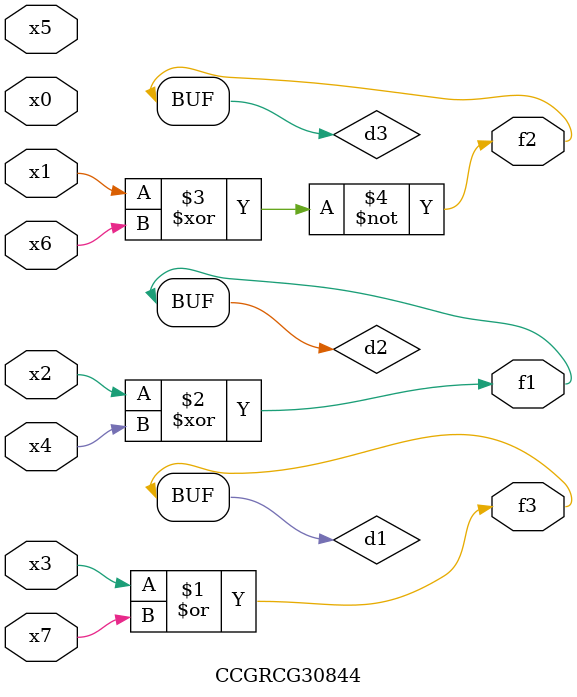
<source format=v>
module CCGRCG30844(
	input x0, x1, x2, x3, x4, x5, x6, x7,
	output f1, f2, f3
);

	wire d1, d2, d3;

	or (d1, x3, x7);
	xor (d2, x2, x4);
	xnor (d3, x1, x6);
	assign f1 = d2;
	assign f2 = d3;
	assign f3 = d1;
endmodule

</source>
